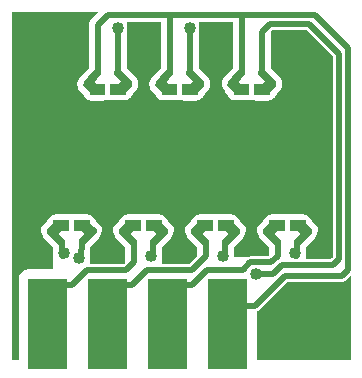
<source format=gbr>
G04 start of page 3 for group 1 idx 3 *
G04 Title: LED carrier v. 0.1, component *
G04 Creator: pcb 1.99x *
G04 CreationDate: Sat Jul 25 11:21:37 2009 UTC *
G04 For: davidellsworth *
G04 Format: Gerber/RS-274X *
G04 PCB-Dimensions: 120000 122000 *
G04 PCB-Coordinate-Origin: lower left *
%MOIN*%
%FSLAX24Y24*%
%LNFRONT*%
%ADD11C,0.0200*%
%ADD12C,0.0400*%
%ADD13C,0.2500*%
%ADD14C,0.0310*%
%ADD15C,0.1250*%
%ADD16C,0.0150*%
%ADD17C,0.0250*%
%ADD18R,0.1300X0.1300*%
%ADD19C,0.0290*%
%ADD20R,0.0020X0.0020*%
%ADD21C,0.0080*%
%ADD22R,0.0380X0.0380*%
%ADD23C,0.0050*%
%ADD24C,0.0020*%
%ADD25C,0.0100*%
G54D11*G36*
X10079Y11300D02*X10079Y10319D01*
X8929D01*
Y11246D01*
X8982Y11300D01*
X10079D01*
G37*
G36*
X2200Y10300D02*Y11900D01*
X3175D01*
X2968Y11692D01*
X2968Y11692D01*
X2960Y11683D01*
X2950Y11673D01*
X2941Y11660D01*
X2934Y11652D01*
X2929Y11642D01*
X2920Y11630D01*
X2914Y11617D01*
X2908Y11607D01*
X2904Y11595D01*
X2898Y11582D01*
X2894Y11568D01*
X2890Y11557D01*
X2888Y11546D01*
X2884Y11532D01*
X2883Y11517D01*
X2881Y11506D01*
Y11494D01*
X2880Y11480D01*
Y10300D01*
X2200D01*
G37*
G36*
X10079Y11300D02*X10079Y10219D01*
X8929D01*
Y11246D01*
X8982Y11300D01*
X10079D01*
G37*
G36*
X7679Y11580D02*X7679Y10269D01*
X6529D01*
Y11241D01*
X6531Y11247D01*
X6545Y11297D01*
X6550Y11350D01*
X6545Y11402D01*
X6531Y11452D01*
X6529Y11458D01*
Y11580D01*
X7679D01*
G37*
G36*
X5279D02*X5279Y10269D01*
X4129D01*
Y11241D01*
X4131Y11247D01*
X4145Y11297D01*
X4150Y11350D01*
X4145Y11402D01*
X4131Y11452D01*
X4129Y11458D01*
Y11580D01*
X5279D01*
G37*
G36*
X7680Y10369D02*Y10039D01*
X7400Y9759D01*
X7340Y9669D01*
X7310Y9599D01*
X7290Y9509D01*
Y9459D01*
X7300Y9409D01*
X7320Y9349D01*
X7350Y9309D01*
X7480Y9169D01*
X7500Y9149D01*
X7520Y9089D01*
X7540Y9059D01*
X7580Y9019D01*
X7660Y8969D01*
X7810Y8919D01*
X7050Y8900D01*
Y10350D01*
X7680Y10369D01*
G37*
G36*
X7890Y9549D02*X7850D01*
Y9629D01*
X7890D01*
X7880Y9589D01*
X7890Y9549D01*
G37*
G36*
X7700Y9149D02*Y9499D01*
X8220D01*
Y9149D01*
X7700D01*
G37*
G36*
Y9239D02*X7500Y9439D01*
X7490Y9469D01*
X7500Y9519D01*
X7510Y9559D01*
X7560Y9629D01*
X7690Y9769D01*
X7960Y9499D01*
X7700Y9239D01*
G37*
G36*
X6530Y10369D02*X7400D01*
Y9752D01*
X7381Y9729D01*
X7349Y9674D01*
X7327Y9614D01*
X7316Y9551D01*
X7316Y9488D01*
X7327Y9425D01*
X7349Y9365D01*
X7381Y9310D01*
X7400Y9287D01*
Y8919D01*
X6400D01*
X6550Y8969D01*
X6630Y9019D01*
X6670Y9059D01*
X6690Y9089D01*
X6710Y9149D01*
X6730Y9169D01*
X6860Y9309D01*
X6890Y9349D01*
X6910Y9409D01*
X6920Y9459D01*
Y9509D01*
X6900Y9599D01*
X6870Y9669D01*
X6810Y9759D01*
X6530Y10039D01*
Y10369D01*
G37*
G36*
X8910Y9149D02*X8390D01*
Y9499D01*
X8910D01*
Y9149D01*
G37*
G36*
X8720Y9549D02*X8730Y9589D01*
X8720Y9629D01*
X8760D01*
Y9549D01*
X8720D01*
G37*
G36*
X8930Y10369D02*X9800D01*
Y8919D01*
X8800D01*
X8950Y8969D01*
X9030Y9019D01*
X9070Y9059D01*
X9090Y9089D01*
X9110Y9149D01*
X9130Y9169D01*
X9260Y9309D01*
X9290Y9349D01*
X9310Y9409D01*
X9320Y9459D01*
Y9509D01*
X9300Y9599D01*
X9270Y9669D01*
X9210Y9759D01*
X8930Y10039D01*
Y10369D01*
G37*
G36*
X8910Y9239D02*X8650Y9499D01*
X8920Y9769D01*
X9050Y9629D01*
X9100Y9559D01*
X9110Y9519D01*
X9120Y9469D01*
X9110Y9439D01*
X8910Y9239D01*
G37*
G36*
X2880Y10039D02*X2600Y9759D01*
X2540Y9669D01*
X2510Y9599D01*
X2490Y9509D01*
Y9459D01*
X2500Y9409D01*
X2520Y9349D01*
X2550Y9309D01*
X2680Y9169D01*
X2700Y9149D01*
X2720Y9089D01*
X2740Y9059D01*
X2780Y9019D01*
X2860Y8969D01*
X3010Y8919D01*
X2010D01*
Y10369D01*
X2880D01*
Y10039D01*
G37*
G36*
X3090Y9549D02*X3050D01*
Y9629D01*
X3090D01*
X3080Y9589D01*
X3090Y9549D01*
G37*
G36*
X2900Y9149D02*Y9499D01*
X3420D01*
Y9149D01*
X2900D01*
G37*
G36*
Y9239D02*X2700Y9439D01*
X2690Y9469D01*
X2700Y9519D01*
X2710Y9559D01*
X2760Y9629D01*
X2890Y9769D01*
X3160Y9499D01*
X2900Y9239D01*
G37*
G36*
X4130Y10369D02*X4750Y10350D01*
Y8900D01*
X4000Y8919D01*
X4150Y8969D01*
X4230Y9019D01*
X4270Y9059D01*
X4290Y9089D01*
X4310Y9149D01*
X4330Y9169D01*
X4460Y9309D01*
X4490Y9349D01*
X4510Y9409D01*
X4520Y9459D01*
Y9509D01*
X4500Y9599D01*
X4470Y9669D01*
X4410Y9759D01*
X4130Y10039D01*
Y10369D01*
G37*
G36*
X5280D02*Y10039D01*
X5000Y9759D01*
X4940Y9669D01*
X4910Y9599D01*
X4890Y9509D01*
Y9459D01*
X4900Y9409D01*
X4920Y9349D01*
X4950Y9309D01*
X5080Y9169D01*
X5100Y9149D01*
X5120Y9089D01*
X5140Y9059D01*
X5180Y9019D01*
X5260Y8969D01*
X5410Y8919D01*
X4650Y8900D01*
Y10350D01*
X5280Y10369D01*
G37*
G36*
X3920Y9549D02*X3930Y9589D01*
X3920Y9629D01*
X3960D01*
Y9549D01*
X3920D01*
G37*
G36*
X4110Y9149D02*X3590D01*
Y9499D01*
X4110D01*
Y9149D01*
G37*
G36*
Y9239D02*X3850Y9499D01*
X4120Y9769D01*
X4250Y9629D01*
X4300Y9559D01*
X4310Y9519D01*
X4320Y9469D01*
X4310Y9439D01*
X4110Y9239D01*
G37*
G36*
X6510Y9149D02*X5990D01*
Y9499D01*
X6510D01*
Y9149D01*
G37*
G36*
X6320Y9549D02*X6330Y9589D01*
X6320Y9629D01*
X6360D01*
Y9549D01*
X6320D01*
G37*
G36*
X6510Y9239D02*X6250Y9499D01*
X6520Y9769D01*
X6650Y9629D01*
X6700Y9559D01*
X6710Y9519D01*
X6720Y9469D01*
X6710Y9439D01*
X6510Y9239D01*
G37*
G36*
X5490Y9549D02*X5450D01*
Y9629D01*
X5490D01*
X5480Y9589D01*
X5490Y9549D01*
G37*
G36*
X5300Y9149D02*Y9499D01*
X5820D01*
Y9149D01*
X5300D01*
G37*
G36*
Y9239D02*X5100Y9439D01*
X5090Y9469D01*
X5100Y9519D01*
X5110Y9559D01*
X5160Y9629D01*
X5290Y9769D01*
X5560Y9499D01*
X5300Y9239D01*
G37*
G36*
X7050Y8950D02*X9800Y8949D01*
Y6539D01*
X7050Y6550D01*
Y8950D01*
G37*
G36*
X4650D02*X7400Y8949D01*
Y6539D01*
X4650Y6550D01*
Y8950D01*
G37*
G36*
X10989Y5150D02*X8250Y5150D01*
Y7550D01*
X10989Y7560D01*
Y5150D01*
G37*
G36*
X4279Y4550D02*X4269Y4510D01*
X4279Y4470D01*
X4239D01*
Y4550D01*
X4279D01*
G37*
G36*
X6189Y5150D02*X3450Y5150D01*
Y7550D01*
X6189Y7560D01*
Y5150D01*
G37*
G36*
X300Y11900D02*X2300D01*
Y7400D01*
X300D01*
Y11900D01*
G37*
G36*
X9700Y7400D02*Y11300D01*
X10117D01*
X11000Y10417D01*
Y7400D01*
X9700D01*
G37*
G36*
X8250Y3750D02*Y5200D01*
X8999Y5180D01*
X8849Y5130D01*
X8769Y5080D01*
X8729Y5040D01*
X8709Y5010D01*
X8689Y4950D01*
X8669Y4930D01*
X8539Y4790D01*
X8509Y4750D01*
X8489Y4690D01*
X8479Y4640D01*
Y4590D01*
X8499Y4500D01*
X8529Y4430D01*
X8589Y4340D01*
X8869Y4060D01*
Y3752D01*
X8867Y3750D01*
X8250D01*
G37*
G36*
X7719Y3730D02*Y4060D01*
X7999Y4340D01*
X8059Y4430D01*
X8089Y4500D01*
X8109Y4590D01*
Y4640D01*
X8099Y4690D01*
X8079Y4750D01*
X8049Y4790D01*
X7919Y4930D01*
X7899Y4950D01*
X7879Y5010D01*
X7859Y5040D01*
X7819Y5080D01*
X7739Y5130D01*
X7589Y5180D01*
X8400Y5200D01*
X8389Y3750D01*
X8250D01*
X8215Y3747D01*
X8181Y3737D01*
X8165Y3730D01*
X7719D01*
G37*
G36*
X8889Y4860D02*X9149Y4600D01*
X8879Y4330D01*
X8749Y4470D01*
X8699Y4540D01*
X8689Y4580D01*
X8679Y4630D01*
X8689Y4660D01*
X8889Y4860D01*
G37*
G36*
X6447Y3731D02*X5850Y3750D01*
Y5200D01*
X6599Y5180D01*
X6449Y5130D01*
X6369Y5080D01*
X6329Y5040D01*
X6309Y5010D01*
X6289Y4950D01*
X6269Y4930D01*
X6139Y4790D01*
X6109Y4750D01*
X6089Y4690D01*
X6079Y4640D01*
Y4590D01*
X6099Y4500D01*
X6129Y4430D01*
X6189Y4340D01*
X6469Y4060D01*
Y3753D01*
X6447Y3731D01*
G37*
G36*
X8589Y5150D02*X5850Y5150D01*
Y7550D01*
X8589Y7560D01*
Y5150D01*
G37*
G36*
X8889Y4950D02*X9409D01*
Y4600D01*
X8889D01*
Y4950D01*
G37*
G36*
X9909Y4550D02*X9949D01*
Y4470D01*
X9909D01*
X9919Y4510D01*
X9909Y4550D01*
G37*
G36*
X9079D02*X9069Y4510D01*
X9079Y4470D01*
X9039D01*
Y4550D01*
X9079D01*
G37*
G36*
X6489Y4860D02*X6749Y4600D01*
X6479Y4330D01*
X6349Y4470D01*
X6299Y4540D01*
X6289Y4580D01*
X6279Y4630D01*
X6289Y4660D01*
X6489Y4860D01*
G37*
G36*
X7699Y4950D02*Y4600D01*
X7179D01*
Y4950D01*
X7699D01*
G37*
G36*
Y4860D02*X7899Y4660D01*
X7909Y4630D01*
X7899Y4580D01*
X7889Y4540D01*
X7839Y4470D01*
X7709Y4330D01*
X7439Y4600D01*
X7699Y4860D01*
G37*
G36*
X10099Y4950D02*Y4600D01*
X9579D01*
Y4950D01*
X10099D01*
G37*
G36*
Y4860D02*X10299Y4660D01*
X10309Y4630D01*
X10299Y4580D01*
X10289Y4540D01*
X10239Y4470D01*
X10109Y4330D01*
X9839Y4600D01*
X10099Y4860D01*
G37*
G36*
X10119Y3730D02*Y4060D01*
X10399Y4340D01*
X10459Y4430D01*
X10489Y4500D01*
X10509Y4590D01*
Y4640D01*
X10499Y4690D01*
X10479Y4750D01*
X10449Y4790D01*
X10319Y4930D01*
X10299Y4950D01*
X10279Y5010D01*
X10259Y5040D01*
X10219Y5080D01*
X10139Y5130D01*
X9989Y5180D01*
X10989D01*
Y3730D01*
X10119D01*
G37*
G36*
X10700Y3700D02*Y7600D01*
X11000D01*
Y3733D01*
X10967Y3700D01*
X10700D01*
G37*
G36*
X10119Y3653D02*Y3782D01*
X11000Y3798D01*
Y3733D01*
X10920Y3653D01*
X10119D01*
G37*
G36*
X8470Y1913D02*X8484Y1918D01*
X8514Y1936D01*
X8541Y1958D01*
X9482Y2900D01*
X11300D01*
X11309Y2900D01*
X11317D01*
X11325Y2902D01*
X11334Y2903D01*
X11343Y2905D01*
X11351Y2906D01*
X11360Y2909D01*
X11368Y2912D01*
X11376Y2915D01*
X11384Y2918D01*
X11391Y2922D01*
X11400Y2926D01*
X11407Y2932D01*
X11414Y2936D01*
X11421Y2941D01*
X11428Y2946D01*
X11435Y2953D01*
X11441Y2958D01*
X11582Y3100D01*
X11600D01*
Y300D01*
X8470D01*
Y1913D01*
G37*
G36*
X530Y2310D02*X520D01*
X520Y3780D01*
X1670D01*
Y3320D01*
X850D01*
X794Y3315D01*
X740Y3300D01*
X690Y3277D01*
X644Y3245D01*
X604Y3205D01*
X572Y3160D01*
X549Y3109D01*
X534Y3055D01*
X530Y3000D01*
Y2310D01*
G37*
G36*
X1669Y3730D02*X799D01*
Y5180D01*
X1799D01*
X1649Y5130D01*
X1569Y5080D01*
X1529Y5040D01*
X1509Y5010D01*
X1489Y4950D01*
X1469Y4930D01*
X1339Y4790D01*
X1309Y4750D01*
X1289Y4690D01*
X1279Y4640D01*
Y4590D01*
X1299Y4500D01*
X1329Y4430D01*
X1389Y4340D01*
X1669Y4060D01*
Y3730D01*
G37*
G36*
X1689Y4860D02*X1949Y4600D01*
X1679Y4330D01*
X1549Y4470D01*
X1499Y4540D01*
X1489Y4580D01*
X1479Y4630D01*
X1489Y4660D01*
X1689Y4860D01*
G37*
G36*
X1879Y4550D02*X1869Y4510D01*
X1879Y4470D01*
X1839D01*
Y4550D01*
X1879D01*
G37*
G36*
X2709D02*X2749D01*
Y4470D01*
X2709D01*
X2719Y4510D01*
X2709Y4550D01*
G37*
G36*
X2899Y4950D02*Y4600D01*
X2379D01*
Y4950D01*
X2899D01*
G37*
G36*
Y4860D02*X3099Y4660D01*
X3109Y4630D01*
X3099Y4580D01*
X3089Y4540D01*
X3039Y4470D01*
X2909Y4330D01*
X2639Y4600D01*
X2899Y4860D01*
G37*
G36*
X1689Y4950D02*X2209D01*
Y4600D01*
X1689D01*
Y4950D01*
G37*
G36*
X2920Y3500D02*X2920Y3780D01*
X4070D01*
Y3500D01*
X2920D01*
G37*
G36*
X300Y7700D02*X900D01*
Y3320D01*
X850D01*
X794Y3315D01*
X740Y3300D01*
X690Y3277D01*
X644Y3245D01*
X604Y3205D01*
X572Y3160D01*
X549Y3109D01*
X534Y3055D01*
X530Y3000D01*
Y300D01*
X300D01*
Y7700D01*
G37*
G36*
X2010Y8949D02*X4750Y8950D01*
Y6550D01*
X2010Y6539D01*
Y8949D01*
G37*
G36*
X3550Y5150D02*X799Y5150D01*
Y7560D01*
X3550Y7550D01*
Y5150D01*
G37*
G36*
X6489Y4950D02*X7009D01*
Y4600D01*
X6489D01*
Y4950D01*
G37*
G36*
X7509Y4550D02*X7549D01*
Y4470D01*
X7509D01*
X7519Y4510D01*
X7509Y4550D01*
G37*
G36*
X6679D02*X6669Y4510D01*
X6679Y4470D01*
X6639D01*
Y4550D01*
X6679D01*
G37*
G36*
X4089Y4950D02*X4609D01*
Y4600D01*
X4089D01*
Y4950D01*
G37*
G36*
X5109Y4550D02*X5149D01*
Y4470D01*
X5109D01*
X5119Y4510D01*
X5109Y4550D01*
G37*
G36*
X4089Y4860D02*X4349Y4600D01*
X4079Y4330D01*
X3949Y4470D01*
X3899Y4540D01*
X3889Y4580D01*
X3879Y4630D01*
X3889Y4660D01*
X4089Y4860D01*
G37*
G36*
X5299Y4950D02*Y4600D01*
X4779D01*
Y4950D01*
X5299D01*
G37*
G36*
Y4860D02*X5499Y4660D01*
X5509Y4630D01*
X5499Y4580D01*
X5489Y4540D01*
X5439Y4470D01*
X5309Y4330D01*
X5039Y4600D01*
X5299Y4860D01*
G37*
G36*
X5319Y3730D02*Y4060D01*
X5599Y4340D01*
X5659Y4430D01*
X5689Y4500D01*
X5709Y4590D01*
Y4640D01*
X5699Y4690D01*
X5679Y4750D01*
X5649Y4790D01*
X5519Y4930D01*
X5499Y4950D01*
X5479Y5010D01*
X5459Y5040D01*
X5419Y5080D01*
X5339Y5130D01*
X5189Y5180D01*
X5950Y5200D01*
Y3750D01*
X5319Y3730D01*
G37*
G36*
X4069D02*X3450Y3750D01*
Y5200D01*
X4199Y5180D01*
X4049Y5130D01*
X3969Y5080D01*
X3929Y5040D01*
X3909Y5010D01*
X3889Y4950D01*
X3869Y4930D01*
X3739Y4790D01*
X3709Y4750D01*
X3689Y4690D01*
X3679Y4640D01*
Y4590D01*
X3699Y4500D01*
X3729Y4430D01*
X3789Y4340D01*
X4069Y4060D01*
Y3730D01*
G37*
G36*
X2919D02*Y4060D01*
X3199Y4340D01*
X3259Y4430D01*
X3289Y4500D01*
X3309Y4590D01*
Y4640D01*
X3299Y4690D01*
X3279Y4750D01*
X3249Y4790D01*
X3119Y4930D01*
X3099Y4950D01*
X3079Y5010D01*
X3059Y5040D01*
X3019Y5080D01*
X2939Y5130D01*
X2789Y5180D01*
X3550Y5200D01*
Y3750D01*
X2919Y3730D01*
G37*
G36*
X5320Y3500D02*X5320Y3780D01*
X6470D01*
Y3754D01*
X6216Y3500D01*
X5320D01*
G37*
G54D17*X6419Y4570D02*X6749Y4230D01*
G54D11*X6800Y3300D02*X6300Y2800D01*
X7419Y4180D02*Y3770D01*
X6769Y4180D02*Y3770D01*
X4800Y3300D02*X6299D01*
X6800D02*X8000D01*
X6299D02*X6769Y3770D01*
X5019Y4180D02*Y3770D01*
G54D17*X5369Y4570D02*X5039Y4230D01*
G54D11*X10200Y11500D02*X8900D01*
X8630Y9919D02*Y11230D01*
X8900Y11500D02*X8630Y11230D01*
G54D17*X8980Y9529D02*X8650Y9869D01*
X7630Y9529D02*X7960Y9869D01*
G54D11*X7980Y9919D02*Y11800D01*
G54D17*X6580Y9529D02*X6250Y9869D01*
G54D11*X6230Y9919D02*Y11330D01*
X6250Y11350D01*
X3830Y11330D02*X3850Y11350D01*
X5580Y9919D02*Y11800D01*
X3830Y9919D02*Y11330D01*
G54D17*X5230Y9529D02*X5560Y9869D01*
X4180Y9529D02*X3850Y9869D01*
G54D11*X3180Y9919D02*Y11480D01*
X3500Y11800D01*
G54D17*X2830Y9529D02*X3160Y9869D01*
G54D11*X11500Y10700D02*X10400Y11800D01*
X11200Y10500D02*X10200Y11500D01*
X10400Y11800D02*X3500D01*
X9300Y3450D02*X9000Y3150D01*
X8400Y2100D02*X8000D01*
X9400Y3100D02*X8400Y2100D01*
X9000Y3150D02*X8450D01*
X8950Y3550D02*X8250D01*
G54D17*X7769Y4570D02*X7439Y4230D01*
G54D11*X9300Y3450D02*X11000D01*
X11300Y3100D02*X9400D01*
X11000Y3450D02*X11200Y3650D01*
X9819Y4180D02*Y3770D01*
X11300Y3100D02*X11500Y3300D01*
G54D17*X10169Y4570D02*X9839Y4230D01*
G54D11*X9169Y4180D02*Y3769D01*
G54D17*X8819Y4570D02*X9149Y4230D01*
G54D11*X9169Y3769D02*X8950Y3550D01*
X8000Y3300D02*X8250Y3550D01*
X4369Y4180D02*Y3569D01*
X4100Y3300D01*
X2800D01*
G54D17*X4019Y4570D02*X4349Y4230D01*
G54D11*X2800Y3300D02*X2300Y2800D01*
X2100D01*
X6300D02*X6000D01*
X4000D02*X4300D01*
X4800Y3300D01*
X2650Y4210D02*X2619Y3770D01*
X1969Y4180D02*Y3770D01*
G54D17*X1619Y4570D02*X1949Y4230D01*
X3000Y4600D02*X2670Y4260D01*
G54D11*X11500Y3300D02*Y10700D01*
X11200Y3650D02*Y10500D01*
G54D12*X8450Y3150D03*
X7350Y3750D03*
X9750Y3850D03*
G54D13*X10100Y1600D03*
G54D14*X9510Y8579D03*
X9460Y8219D03*
X10760Y6249D03*
X10699Y5520D03*
X10649Y5880D03*
X10699Y5150D03*
X9859Y6660D03*
X9499Y6560D03*
X10249Y6760D03*
X10499Y6470D03*
X9560Y7850D03*
X9510Y8949D03*
X9800Y7500D03*
X10150Y7150D03*
X10669Y6830D03*
X9500Y7250D03*
X9750Y7000D03*
X9200D03*
X9190Y8769D03*
X9140Y8399D03*
Y8039D03*
X9050Y7339D03*
X9300Y7629D03*
X8300Y6800D03*
X8749Y6760D03*
X7350Y7000D03*
X7849Y6760D03*
X8659Y6060D03*
X8300Y6150D03*
X8499Y6470D03*
G54D11*X7099Y6250D03*
G54D14*X7929Y6060D03*
X8099Y6470D03*
X8300Y5750D03*
G54D11*X7099Y5750D03*
G54D14*X7269Y5390D03*
X7629D03*
X7929Y5700D03*
X7979Y5330D03*
X7459Y6660D03*
G54D11*X9499Y5750D03*
Y6250D03*
G54D14*X9669Y5390D03*
X9319D03*
X10029D03*
X10379Y5330D03*
X10329Y5700D03*
Y6060D03*
X8959Y5390D03*
X8609Y5330D03*
X8659Y5700D03*
X8300Y5150D03*
X9129Y6660D03*
X7099Y6560D03*
X7100Y8950D03*
Y8350D03*
Y7250D03*
Y7950D03*
X8840Y8709D03*
X8480D03*
G54D11*X8300Y8349D03*
Y7849D03*
G54D14*X7940Y7439D03*
X8300Y7539D03*
X8670Y7439D03*
X8600Y7100D03*
X8050D03*
X8130Y8709D03*
X7770D03*
X7420Y8769D03*
X7470Y8399D03*
Y8039D03*
X7300Y7629D03*
X7550Y7339D03*
X3500Y5750D03*
X3859Y5700D03*
X3500Y5150D03*
X3809Y5330D03*
X4159Y5390D03*
X4519D03*
X1759D03*
G54D12*X2550Y3700D03*
X2050Y3850D03*
G54D14*X2119Y5390D03*
X2469D03*
X3129Y6060D03*
Y5700D03*
G54D11*X2299Y5750D03*
G54D14*X3179Y5330D03*
X2829Y5390D03*
X5529Y5700D03*
X5579Y5330D03*
X5229Y5390D03*
X3500Y6150D03*
X3859Y6060D03*
X5529D03*
X5059Y6660D03*
G54D12*X4950Y3750D03*
G54D14*X4869Y5390D03*
G54D11*X4699Y5750D03*
Y6250D03*
G54D14*X6800Y7000D03*
X6729Y6660D03*
X6740Y8039D03*
X6900Y7629D03*
X6650Y7339D03*
X6919Y5390D03*
X6559D03*
X5900Y5150D03*
X6209Y5330D03*
X6259Y5700D03*
Y6060D03*
X5900Y5750D03*
X6200Y7100D03*
X5900Y6800D03*
Y6150D03*
X6349Y6760D03*
X6099Y6470D03*
X5900Y7539D03*
X6270Y7439D03*
X2380Y7269D03*
X2600Y7000D03*
X2750Y7339D03*
X3699Y6470D03*
X3949Y6760D03*
X4329Y6660D03*
X3299Y6470D03*
X3800Y7100D03*
X3870Y7439D03*
X4250Y7339D03*
X3250Y7100D03*
X3140Y7439D03*
X3500Y7539D03*
G54D11*Y7849D03*
G54D14*X2670Y8039D03*
X2299Y6560D03*
G54D11*Y6250D03*
G54D14*X2659Y6660D03*
X3049Y6760D03*
X5699Y6470D03*
X5449Y6760D03*
X5650Y7100D03*
G54D11*X5900Y7849D03*
G54D14*X5540Y7439D03*
X4700Y7950D03*
X4500Y7629D03*
X4700Y7250D03*
X5070Y8039D03*
X4900Y7629D03*
X5150Y7339D03*
X1459Y6060D03*
Y5700D03*
X1409Y5330D03*
X1089Y5520D03*
X1299Y6470D03*
X1650Y7150D03*
X1169Y6830D03*
X1929Y6660D03*
X1549Y6760D03*
X1089Y5150D03*
X1139Y5880D03*
X2000Y7500D03*
X2239Y7850D03*
X2050Y7000D03*
X1039Y6249D03*
X2500Y7629D03*
X2300Y8949D03*
X2350Y8219D03*
X2300Y8579D03*
X2670Y8399D03*
X2620Y8769D03*
G54D13*X1600Y10600D03*
G54D12*X6250Y11350D03*
X3850D03*
G54D14*X6440Y8709D03*
X6080D03*
X5730D03*
X6790Y8769D03*
X6740Y8399D03*
G54D11*X5900Y8349D03*
G54D14*X4699Y6560D03*
X4950Y7000D03*
X4400D03*
X3500Y6800D03*
X4040Y8709D03*
X4390Y8769D03*
X4340Y8399D03*
Y8039D03*
X4700Y8950D03*
Y8350D03*
X5070Y8399D03*
X3680Y8709D03*
X2970D03*
X3330D03*
G54D11*X3500Y8349D03*
G54D14*X5370Y8709D03*
X5020Y8769D03*
G54D18*X1500Y2350D02*Y650D01*
X3500Y2350D02*Y650D01*
X5500Y2350D02*Y650D01*
X7500Y2350D02*Y650D01*
G54D19*X7560Y4740D02*X7720Y4580D01*
G54D20*X7210Y4770D02*X7530D01*
G54D19*X9960Y4740D02*X10120Y4580D01*
G54D20*X9610Y4770D02*X9930D01*
G54D19*X8870Y4580D02*X9030Y4740D01*
G54D20*X9060Y4770D02*X9380D01*
G54D19*X6470Y4580D02*X6630Y4740D01*
G54D20*X6660Y4770D02*X6980D01*
G54D19*X5160Y4740D02*X5320Y4580D01*
G54D20*X4810Y4770D02*X5130D01*
G54D19*X4070Y4580D02*X4230Y4740D01*
X2760D02*X2920Y4580D01*
G54D20*X2410Y4770D02*X2730D01*
G54D19*X1670Y4580D02*X1830Y4740D01*
G54D20*X1860Y4770D02*X2180D01*
X4260D02*X4580D01*
G54D19*X6340Y7880D02*X6570Y7650D01*
G54D21*X6120Y8310D02*Y7760D01*
G54D22*X6280Y8270D02*Y7910D01*
G54D21*X6460Y8420D02*Y7820D01*
G54D23*X6060Y8210D02*X6110Y8340D01*
G54D24*X6090Y8450D02*Y7810D01*
G54D23*X6070Y7970D02*X6120Y7840D01*
G54D19*X6370Y9360D02*X6530Y9520D01*
G54D20*X6020Y9330D02*X6340D01*
G54D19*X7680Y9520D02*X7840Y9360D01*
G54D20*X7870Y9330D02*X8190D01*
G54D19*X8770Y9360D02*X8930Y9520D01*
G54D20*X8420Y9330D02*X8740D01*
G54D19*X5280Y9520D02*X5440Y9360D01*
G54D20*X5470Y9330D02*X5790D01*
G54D19*X2880Y9520D02*X3040Y9360D01*
G54D20*X3070Y9330D02*X3390D01*
G54D19*X3970Y9360D02*X4130Y9520D01*
G54D20*X3620Y9330D02*X3940D01*
G54D19*X5240Y7650D02*X5470Y7880D01*
G54D21*X5350Y8420D02*Y7800D01*
G54D22*X5530Y8270D02*Y7910D01*
G54D24*X5720Y8450D02*Y7810D01*
G54D21*X5690Y8380D02*Y7760D01*
G54D23*X5770Y8010D02*X5920Y8070D01*
G54D25*X6010Y8060D02*X6110Y7970D01*
G54D23*X5910Y8060D02*X6060Y8010D01*
X5700Y8330D02*X5750Y8210D01*
G54D25*X5670Y8270D02*X5800Y8140D01*
X5700Y7960D02*X5800Y8060D01*
G54D23*X5700Y7860D02*X5750Y8000D01*
G54D24*X6090Y8450D02*Y7820D01*
G54D23*X5900Y8140D02*X6050Y8190D01*
G54D16*X5710Y8100D02*X6100D01*
G54D23*X5770Y8190D02*X5920Y8140D01*
G54D25*X6010D02*X6110Y8240D01*
G54D16*X8110Y8100D02*X8500D01*
G54D25*X8410Y8140D02*X8510Y8240D01*
G54D23*X8170Y8190D02*X8320Y8140D01*
G54D21*X8090Y8380D02*Y7760D01*
G54D24*X8490Y8450D02*Y7810D01*
G54D23*X8470Y7970D02*X8520Y7840D01*
G54D21*X2950Y8420D02*Y7800D01*
G54D19*X2840Y7650D02*X3070Y7880D01*
G54D23*X3300Y8330D02*X3350Y8210D01*
G54D25*X3270Y8270D02*X3400Y8140D01*
G54D22*X3130Y8270D02*Y7910D01*
G54D24*X3320Y8450D02*Y7810D01*
G54D21*X3290Y8380D02*Y7760D01*
G54D23*X3370Y8010D02*X3520Y8070D01*
X3510Y8060D02*X3660Y8010D01*
G54D25*X3300Y7960D02*X3400Y8060D01*
G54D23*X3300Y7860D02*X3350Y8000D01*
G54D16*X3310Y8100D02*X3700D01*
G54D23*X3370Y8190D02*X3520Y8140D01*
G54D21*X4060Y8420D02*Y7820D01*
G54D19*X3940Y7880D02*X4170Y7650D01*
G54D22*X3880Y8270D02*Y7910D01*
G54D21*X3720Y8310D02*Y7760D01*
G54D25*X3610Y8060D02*X3710Y7970D01*
G54D23*X3670D02*X3720Y7840D01*
G54D24*X3690Y8450D02*Y7820D01*
G54D23*X3660Y8210D02*X3710Y8340D01*
X3500Y8140D02*X3650Y8190D01*
G54D25*X3610Y8140D02*X3710Y8240D01*
G54D24*X3690Y8450D02*Y7810D01*
G54D21*X5250Y6300D02*Y5680D01*
G54D19*X5130Y6220D02*X5360Y6450D01*
G54D23*X4850Y5890D02*X4900Y5770D01*
G54D25*X4800Y5960D02*X4930Y5830D01*
G54D22*X5070Y6190D02*Y5830D01*
G54D24*X4880Y6290D02*Y5650D01*
G54D21*X4910Y6340D02*Y5720D01*
G54D23*X4680Y6030D02*X4830Y6090D01*
X4540D02*X4690Y6040D01*
G54D25*X4800D02*X4900Y6140D01*
G54D23*X4850Y6100D02*X4900Y6240D01*
G54D16*X4500Y6000D02*X4890D01*
G54D23*X4680Y5960D02*X4830Y5910D01*
G54D21*X4140Y6280D02*Y5680D01*
G54D19*X4030Y6450D02*X4260Y6220D01*
G54D22*X4320Y6190D02*Y5830D01*
G54D21*X4480Y6340D02*Y5790D01*
G54D25*X4490Y6130D02*X4590Y6040D01*
G54D23*X4480Y6260D02*X4530Y6130D01*
G54D24*X4510Y6280D02*Y5650D01*
G54D23*X4490Y5760D02*X4540Y5890D01*
X4550Y5910D02*X4700Y5960D01*
G54D25*X4490Y5860D02*X4590Y5960D01*
G54D24*X4510Y6290D02*Y5650D01*
G54D21*X2850Y6300D02*Y5680D01*
G54D19*X2730Y6220D02*X2960Y6450D01*
G54D23*X2450Y5890D02*X2500Y5770D01*
G54D25*X2400Y5960D02*X2530Y5830D01*
G54D22*X2670Y6190D02*Y5830D01*
G54D24*X2480Y6290D02*Y5650D01*
G54D21*X2510Y6340D02*Y5720D01*
G54D23*X2280Y6030D02*X2430Y6090D01*
X2140D02*X2290Y6040D01*
G54D25*X2400D02*X2500Y6140D01*
G54D23*X2450Y6100D02*X2500Y6240D01*
G54D16*X2100Y6000D02*X2490D01*
G54D23*X2280Y5960D02*X2430Y5910D01*
G54D21*X1740Y6280D02*Y5680D01*
G54D19*X1630Y6450D02*X1860Y6220D01*
G54D22*X1920Y6190D02*Y5830D01*
G54D21*X2080Y6340D02*Y5790D01*
G54D25*X2090Y6130D02*X2190Y6040D01*
G54D23*X2080Y6260D02*X2130Y6130D01*
G54D24*X2110Y6280D02*Y5650D01*
G54D23*X2090Y5760D02*X2140Y5890D01*
X2150Y5910D02*X2300Y5960D01*
G54D25*X2090Y5860D02*X2190Y5960D01*
G54D24*X2110Y6290D02*Y5650D01*
G54D19*X6430Y6450D02*X6660Y6220D01*
X7530D02*X7760Y6450D01*
G54D23*X7250Y6100D02*X7300Y6240D01*
X6880Y6260D02*X6930Y6130D01*
G54D21*X7650Y6300D02*Y5680D01*
G54D22*X7470Y6190D02*Y5830D01*
G54D24*X7280Y6290D02*Y5650D01*
G54D21*X7310Y6340D02*Y5720D01*
G54D23*X7080Y6030D02*X7230Y6090D01*
X6940D02*X7090Y6040D01*
G54D25*X7200D02*X7300Y6140D01*
G54D16*X6900Y6000D02*X7290D01*
G54D23*X7080Y5960D02*X7230Y5910D01*
G54D21*X6540Y6280D02*Y5680D01*
G54D22*X6720Y6190D02*Y5830D01*
G54D21*X6880Y6340D02*Y5790D01*
G54D25*X6890Y6130D02*X6990Y6040D01*
G54D23*X7250Y5890D02*X7300Y5770D01*
G54D25*X7200Y5960D02*X7330Y5830D01*
G54D24*X6910Y6280D02*Y5650D01*
G54D23*X6890Y5760D02*X6940Y5890D01*
X6950Y5910D02*X7100Y5960D01*
G54D25*X6890Y5860D02*X6990Y5960D01*
G54D24*X6910Y6290D02*Y5650D01*
G54D21*X10050Y6300D02*Y5680D01*
G54D19*X9930Y6220D02*X10160Y6450D01*
G54D22*X9870Y6190D02*Y5830D01*
G54D19*X8830Y6450D02*X9060Y6220D01*
G54D22*X9120Y6190D02*Y5830D01*
G54D21*X8940Y6280D02*Y5680D01*
G54D23*X9290Y5760D02*X9340Y5890D01*
G54D24*X9310Y6290D02*Y5650D01*
G54D23*X9280Y6260D02*X9330Y6130D01*
G54D21*X9280Y6340D02*Y5790D01*
G54D24*X9310Y6280D02*Y5650D01*
G54D25*X9290Y6130D02*X9390Y6040D01*
G54D23*X9340Y6090D02*X9490Y6040D01*
X9350Y5910D02*X9500Y5960D01*
G54D25*X9290Y5860D02*X9390Y5960D01*
G54D23*X9650Y5890D02*X9700Y5770D01*
X9480Y6030D02*X9630Y6090D01*
G54D25*X9600Y6040D02*X9700Y6140D01*
G54D23*X9650Y6100D02*X9700Y6240D01*
G54D16*X9300Y6000D02*X9690D01*
G54D23*X9480Y5960D02*X9630Y5910D01*
G54D25*X9600Y5960D02*X9730Y5830D01*
G54D24*X9680Y6290D02*Y5650D01*
G54D21*X9710Y6340D02*Y5720D01*
X7750Y8420D02*Y7800D01*
G54D19*X7640Y7650D02*X7870Y7880D01*
G54D23*X8170Y8010D02*X8320Y8070D01*
G54D21*X8520Y8310D02*Y7760D01*
G54D24*X8490Y8450D02*Y7820D01*
G54D25*X8410Y8060D02*X8510Y7970D01*
G54D21*X8860Y8420D02*Y7820D01*
G54D19*X8740Y7880D02*X8970Y7650D01*
G54D22*X8680Y8270D02*Y7910D01*
G54D23*X8310Y8060D02*X8460Y8010D01*
X8300Y8140D02*X8450Y8190D01*
X8460Y8210D02*X8510Y8340D01*
X8100Y8330D02*X8150Y8210D01*
G54D22*X7930Y8270D02*Y7910D01*
G54D25*X8100Y7960D02*X8200Y8060D01*
G54D23*X8100Y7860D02*X8150Y8000D01*
G54D25*X8070Y8270D02*X8200Y8140D01*
G54D24*X8120Y8450D02*Y7810D01*
G54D11*G54D15*G54D11*G54D16*G54D11*G54D16*G54D11*G54D16*G54D11*G54D16*G54D11*G54D16*G54D11*G54D16*G54D11*G54D16*G54D11*G54D16*G54D11*G54D16*G54D11*G54D15*G54D11*G54D16*G54D11*G54D16*G54D11*M02*

</source>
